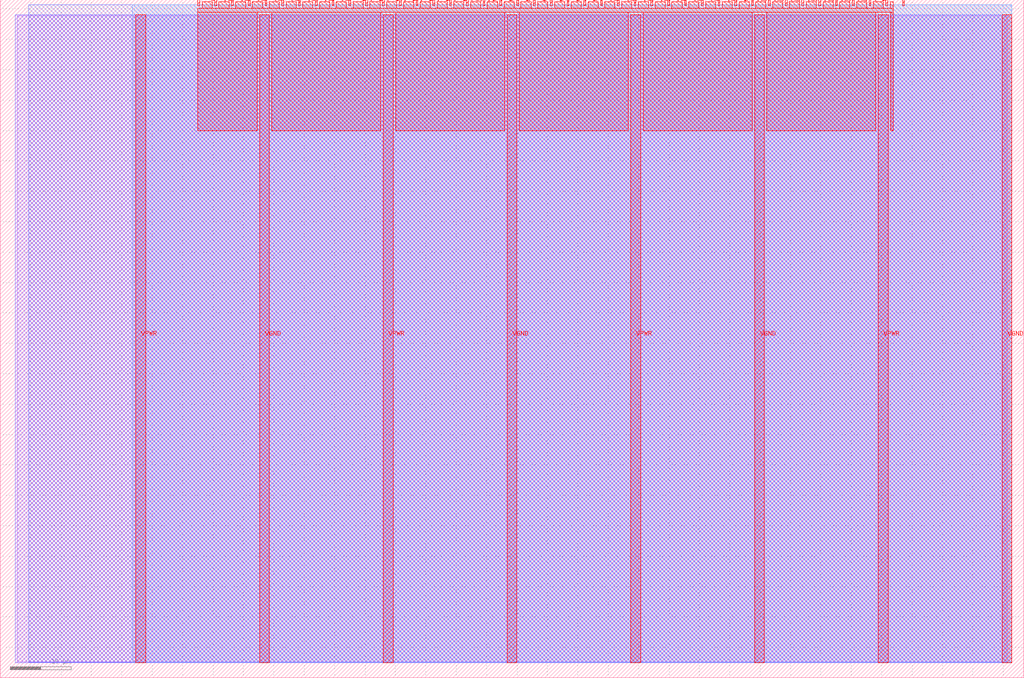
<source format=lef>
VERSION 5.7 ;
  NOWIREEXTENSIONATPIN ON ;
  DIVIDERCHAR "/" ;
  BUSBITCHARS "[]" ;
MACRO tt_um_flappy_vga_cutout1_dup
  CLASS BLOCK ;
  FOREIGN tt_um_flappy_vga_cutout1_dup ;
  ORIGIN 0.000 0.000 ;
  SIZE 168.360 BY 111.520 ;
  PIN VGND
    DIRECTION INOUT ;
    USE GROUND ;
    PORT
      LAYER met4 ;
        RECT 42.670 2.480 44.270 109.040 ;
    END
    PORT
      LAYER met4 ;
        RECT 83.380 2.480 84.980 109.040 ;
    END
    PORT
      LAYER met4 ;
        RECT 124.090 2.480 125.690 109.040 ;
    END
    PORT
      LAYER met4 ;
        RECT 164.800 2.480 166.400 109.040 ;
    END
  END VGND
  PIN VPWR
    DIRECTION INOUT ;
    USE POWER ;
    PORT
      LAYER met4 ;
        RECT 22.315 2.480 23.915 109.040 ;
    END
    PORT
      LAYER met4 ;
        RECT 63.025 2.480 64.625 109.040 ;
    END
    PORT
      LAYER met4 ;
        RECT 103.735 2.480 105.335 109.040 ;
    END
    PORT
      LAYER met4 ;
        RECT 144.445 2.480 146.045 109.040 ;
    END
  END VPWR
  PIN clk
    DIRECTION INPUT ;
    USE SIGNAL ;
    ANTENNAGATEAREA 0.852000 ;
    PORT
      LAYER met4 ;
        RECT 145.670 110.520 145.970 111.520 ;
    END
  END clk
  PIN ena
    DIRECTION INPUT ;
    USE SIGNAL ;
    PORT
      LAYER met4 ;
        RECT 148.430 110.520 148.730 111.520 ;
    END
  END ena
  PIN rst_n
    DIRECTION INPUT ;
    USE SIGNAL ;
    ANTENNAGATEAREA 0.213000 ;
    PORT
      LAYER met4 ;
        RECT 142.910 110.520 143.210 111.520 ;
    END
  END rst_n
  PIN ui_in[0]
    DIRECTION INPUT ;
    USE SIGNAL ;
    ANTENNAGATEAREA 0.213000 ;
    PORT
      LAYER met4 ;
        RECT 140.150 110.520 140.450 111.520 ;
    END
  END ui_in[0]
  PIN ui_in[1]
    DIRECTION INPUT ;
    USE SIGNAL ;
    PORT
      LAYER met4 ;
        RECT 137.390 110.520 137.690 111.520 ;
    END
  END ui_in[1]
  PIN ui_in[2]
    DIRECTION INPUT ;
    USE SIGNAL ;
    PORT
      LAYER met4 ;
        RECT 134.630 110.520 134.930 111.520 ;
    END
  END ui_in[2]
  PIN ui_in[3]
    DIRECTION INPUT ;
    USE SIGNAL ;
    PORT
      LAYER met4 ;
        RECT 131.870 110.520 132.170 111.520 ;
    END
  END ui_in[3]
  PIN ui_in[4]
    DIRECTION INPUT ;
    USE SIGNAL ;
    PORT
      LAYER met4 ;
        RECT 129.110 110.520 129.410 111.520 ;
    END
  END ui_in[4]
  PIN ui_in[5]
    DIRECTION INPUT ;
    USE SIGNAL ;
    PORT
      LAYER met4 ;
        RECT 126.350 110.520 126.650 111.520 ;
    END
  END ui_in[5]
  PIN ui_in[6]
    DIRECTION INPUT ;
    USE SIGNAL ;
    PORT
      LAYER met4 ;
        RECT 123.590 110.520 123.890 111.520 ;
    END
  END ui_in[6]
  PIN ui_in[7]
    DIRECTION INPUT ;
    USE SIGNAL ;
    PORT
      LAYER met4 ;
        RECT 120.830 110.520 121.130 111.520 ;
    END
  END ui_in[7]
  PIN uio_in[0]
    DIRECTION INPUT ;
    USE SIGNAL ;
    PORT
      LAYER met4 ;
        RECT 118.070 110.520 118.370 111.520 ;
    END
  END uio_in[0]
  PIN uio_in[1]
    DIRECTION INPUT ;
    USE SIGNAL ;
    PORT
      LAYER met4 ;
        RECT 115.310 110.520 115.610 111.520 ;
    END
  END uio_in[1]
  PIN uio_in[2]
    DIRECTION INPUT ;
    USE SIGNAL ;
    PORT
      LAYER met4 ;
        RECT 112.550 110.520 112.850 111.520 ;
    END
  END uio_in[2]
  PIN uio_in[3]
    DIRECTION INPUT ;
    USE SIGNAL ;
    PORT
      LAYER met4 ;
        RECT 109.790 110.520 110.090 111.520 ;
    END
  END uio_in[3]
  PIN uio_in[4]
    DIRECTION INPUT ;
    USE SIGNAL ;
    PORT
      LAYER met4 ;
        RECT 107.030 110.520 107.330 111.520 ;
    END
  END uio_in[4]
  PIN uio_in[5]
    DIRECTION INPUT ;
    USE SIGNAL ;
    PORT
      LAYER met4 ;
        RECT 104.270 110.520 104.570 111.520 ;
    END
  END uio_in[5]
  PIN uio_in[6]
    DIRECTION INPUT ;
    USE SIGNAL ;
    PORT
      LAYER met4 ;
        RECT 101.510 110.520 101.810 111.520 ;
    END
  END uio_in[6]
  PIN uio_in[7]
    DIRECTION INPUT ;
    USE SIGNAL ;
    PORT
      LAYER met4 ;
        RECT 98.750 110.520 99.050 111.520 ;
    END
  END uio_in[7]
  PIN uio_oe[0]
    DIRECTION OUTPUT TRISTATE ;
    USE SIGNAL ;
    PORT
      LAYER met4 ;
        RECT 51.830 110.520 52.130 111.520 ;
    END
  END uio_oe[0]
  PIN uio_oe[1]
    DIRECTION OUTPUT TRISTATE ;
    USE SIGNAL ;
    PORT
      LAYER met4 ;
        RECT 49.070 110.520 49.370 111.520 ;
    END
  END uio_oe[1]
  PIN uio_oe[2]
    DIRECTION OUTPUT TRISTATE ;
    USE SIGNAL ;
    PORT
      LAYER met4 ;
        RECT 46.310 110.520 46.610 111.520 ;
    END
  END uio_oe[2]
  PIN uio_oe[3]
    DIRECTION OUTPUT TRISTATE ;
    USE SIGNAL ;
    PORT
      LAYER met4 ;
        RECT 43.550 110.520 43.850 111.520 ;
    END
  END uio_oe[3]
  PIN uio_oe[4]
    DIRECTION OUTPUT TRISTATE ;
    USE SIGNAL ;
    PORT
      LAYER met4 ;
        RECT 40.790 110.520 41.090 111.520 ;
    END
  END uio_oe[4]
  PIN uio_oe[5]
    DIRECTION OUTPUT TRISTATE ;
    USE SIGNAL ;
    PORT
      LAYER met4 ;
        RECT 38.030 110.520 38.330 111.520 ;
    END
  END uio_oe[5]
  PIN uio_oe[6]
    DIRECTION OUTPUT TRISTATE ;
    USE SIGNAL ;
    PORT
      LAYER met4 ;
        RECT 35.270 110.520 35.570 111.520 ;
    END
  END uio_oe[6]
  PIN uio_oe[7]
    DIRECTION OUTPUT TRISTATE ;
    USE SIGNAL ;
    PORT
      LAYER met4 ;
        RECT 32.510 110.520 32.810 111.520 ;
    END
  END uio_oe[7]
  PIN uio_out[0]
    DIRECTION OUTPUT TRISTATE ;
    USE SIGNAL ;
    ANTENNAGATEAREA 0.742500 ;
    ANTENNADIFFAREA 0.891000 ;
    PORT
      LAYER met4 ;
        RECT 73.910 110.520 74.210 111.520 ;
    END
  END uio_out[0]
  PIN uio_out[1]
    DIRECTION OUTPUT TRISTATE ;
    USE SIGNAL ;
    ANTENNAGATEAREA 0.747000 ;
    ANTENNADIFFAREA 0.891000 ;
    PORT
      LAYER met4 ;
        RECT 71.150 110.520 71.450 111.520 ;
    END
  END uio_out[1]
  PIN uio_out[2]
    DIRECTION OUTPUT TRISTATE ;
    USE SIGNAL ;
    ANTENNAGATEAREA 0.373500 ;
    ANTENNADIFFAREA 0.891000 ;
    PORT
      LAYER met4 ;
        RECT 68.390 110.520 68.690 111.520 ;
    END
  END uio_out[2]
  PIN uio_out[3]
    DIRECTION OUTPUT TRISTATE ;
    USE SIGNAL ;
    ANTENNAGATEAREA 0.747000 ;
    ANTENNADIFFAREA 0.891000 ;
    PORT
      LAYER met4 ;
        RECT 65.630 110.520 65.930 111.520 ;
    END
  END uio_out[3]
  PIN uio_out[4]
    DIRECTION OUTPUT TRISTATE ;
    USE SIGNAL ;
    ANTENNAGATEAREA 0.373500 ;
    ANTENNADIFFAREA 0.891000 ;
    PORT
      LAYER met4 ;
        RECT 62.870 110.520 63.170 111.520 ;
    END
  END uio_out[4]
  PIN uio_out[5]
    DIRECTION OUTPUT TRISTATE ;
    USE SIGNAL ;
    ANTENNAGATEAREA 0.499500 ;
    ANTENNADIFFAREA 0.891000 ;
    PORT
      LAYER met4 ;
        RECT 60.110 110.520 60.410 111.520 ;
    END
  END uio_out[5]
  PIN uio_out[6]
    DIRECTION OUTPUT TRISTATE ;
    USE SIGNAL ;
    ANTENNAGATEAREA 0.373500 ;
    ANTENNADIFFAREA 0.891000 ;
    PORT
      LAYER met4 ;
        RECT 57.350 110.520 57.650 111.520 ;
    END
  END uio_out[6]
  PIN uio_out[7]
    DIRECTION OUTPUT TRISTATE ;
    USE SIGNAL ;
    ANTENNAGATEAREA 0.373500 ;
    ANTENNADIFFAREA 0.891000 ;
    PORT
      LAYER met4 ;
        RECT 54.590 110.520 54.890 111.520 ;
    END
  END uio_out[7]
  PIN uo_out[0]
    DIRECTION OUTPUT TRISTATE ;
    USE SIGNAL ;
    ANTENNADIFFAREA 0.795200 ;
    PORT
      LAYER met4 ;
        RECT 95.990 110.520 96.290 111.520 ;
    END
  END uo_out[0]
  PIN uo_out[1]
    DIRECTION OUTPUT TRISTATE ;
    USE SIGNAL ;
    ANTENNADIFFAREA 0.445500 ;
    PORT
      LAYER met4 ;
        RECT 93.230 110.520 93.530 111.520 ;
    END
  END uo_out[1]
  PIN uo_out[2]
    DIRECTION OUTPUT TRISTATE ;
    USE SIGNAL ;
    ANTENNADIFFAREA 0.445500 ;
    PORT
      LAYER met4 ;
        RECT 90.470 110.520 90.770 111.520 ;
    END
  END uo_out[2]
  PIN uo_out[3]
    DIRECTION OUTPUT TRISTATE ;
    USE SIGNAL ;
    ANTENNADIFFAREA 0.445500 ;
    PORT
      LAYER met4 ;
        RECT 87.710 110.520 88.010 111.520 ;
    END
  END uo_out[3]
  PIN uo_out[4]
    DIRECTION OUTPUT TRISTATE ;
    USE SIGNAL ;
    ANTENNADIFFAREA 0.445500 ;
    PORT
      LAYER met4 ;
        RECT 84.950 110.520 85.250 111.520 ;
    END
  END uo_out[4]
  PIN uo_out[5]
    DIRECTION OUTPUT TRISTATE ;
    USE SIGNAL ;
    ANTENNADIFFAREA 0.795200 ;
    PORT
      LAYER met4 ;
        RECT 82.190 110.520 82.490 111.520 ;
    END
  END uo_out[5]
  PIN uo_out[6]
    DIRECTION OUTPUT TRISTATE ;
    USE SIGNAL ;
    ANTENNADIFFAREA 0.795200 ;
    PORT
      LAYER met4 ;
        RECT 79.430 110.520 79.730 111.520 ;
    END
  END uo_out[6]
  PIN uo_out[7]
    DIRECTION OUTPUT TRISTATE ;
    USE SIGNAL ;
    ANTENNADIFFAREA 0.795200 ;
    PORT
      LAYER met4 ;
        RECT 76.670 110.520 76.970 111.520 ;
    END
  END uo_out[7]
  OBS
      LAYER li1 ;
        RECT 2.760 2.635 165.600 108.885 ;
      LAYER met1 ;
        RECT 2.460 2.480 166.400 109.040 ;
      LAYER met2 ;
        RECT 4.700 2.535 166.370 110.685 ;
      LAYER met3 ;
        RECT 21.685 2.555 166.390 110.665 ;
      LAYER met4 ;
        RECT 33.210 110.120 34.870 111.170 ;
        RECT 35.970 110.120 37.630 111.170 ;
        RECT 38.730 110.120 40.390 111.170 ;
        RECT 41.490 110.120 43.150 111.170 ;
        RECT 44.250 110.120 45.910 111.170 ;
        RECT 47.010 110.120 48.670 111.170 ;
        RECT 49.770 110.120 51.430 111.170 ;
        RECT 52.530 110.120 54.190 111.170 ;
        RECT 55.290 110.120 56.950 111.170 ;
        RECT 58.050 110.120 59.710 111.170 ;
        RECT 60.810 110.120 62.470 111.170 ;
        RECT 63.570 110.120 65.230 111.170 ;
        RECT 66.330 110.120 67.990 111.170 ;
        RECT 69.090 110.120 70.750 111.170 ;
        RECT 71.850 110.120 73.510 111.170 ;
        RECT 74.610 110.120 76.270 111.170 ;
        RECT 77.370 110.120 79.030 111.170 ;
        RECT 80.130 110.120 81.790 111.170 ;
        RECT 82.890 110.120 84.550 111.170 ;
        RECT 85.650 110.120 87.310 111.170 ;
        RECT 88.410 110.120 90.070 111.170 ;
        RECT 91.170 110.120 92.830 111.170 ;
        RECT 93.930 110.120 95.590 111.170 ;
        RECT 96.690 110.120 98.350 111.170 ;
        RECT 99.450 110.120 101.110 111.170 ;
        RECT 102.210 110.120 103.870 111.170 ;
        RECT 104.970 110.120 106.630 111.170 ;
        RECT 107.730 110.120 109.390 111.170 ;
        RECT 110.490 110.120 112.150 111.170 ;
        RECT 113.250 110.120 114.910 111.170 ;
        RECT 116.010 110.120 117.670 111.170 ;
        RECT 118.770 110.120 120.430 111.170 ;
        RECT 121.530 110.120 123.190 111.170 ;
        RECT 124.290 110.120 125.950 111.170 ;
        RECT 127.050 110.120 128.710 111.170 ;
        RECT 129.810 110.120 131.470 111.170 ;
        RECT 132.570 110.120 134.230 111.170 ;
        RECT 135.330 110.120 136.990 111.170 ;
        RECT 138.090 110.120 139.750 111.170 ;
        RECT 140.850 110.120 142.510 111.170 ;
        RECT 143.610 110.120 145.270 111.170 ;
        RECT 146.370 110.120 146.905 111.170 ;
        RECT 32.495 109.440 146.905 110.120 ;
        RECT 32.495 89.935 42.270 109.440 ;
        RECT 44.670 89.935 62.625 109.440 ;
        RECT 65.025 89.935 82.980 109.440 ;
        RECT 85.380 89.935 103.335 109.440 ;
        RECT 105.735 89.935 123.690 109.440 ;
        RECT 126.090 89.935 144.045 109.440 ;
        RECT 146.445 89.935 146.905 109.440 ;
  END
END tt_um_flappy_vga_cutout1_dup
END LIBRARY


</source>
